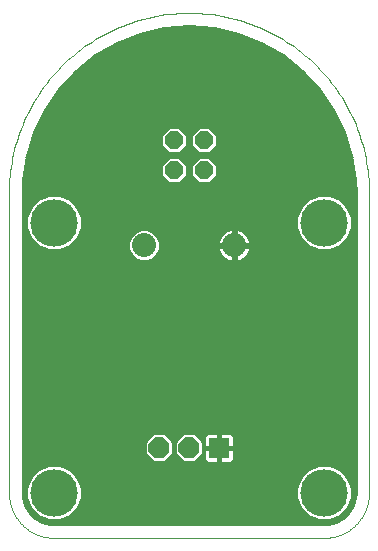
<source format=gbl>
G75*
%MOIN*%
%OFA0B0*%
%FSLAX25Y25*%
%IPPOS*%
%LPD*%
%AMOC8*
5,1,8,0,0,1.08239X$1,22.5*
%
%ADD10OC8,0.06000*%
%ADD11C,0.08000*%
%ADD12C,0.15811*%
%ADD13C,0.00000*%
%ADD14OC8,0.07000*%
%ADD15R,0.07000X0.07000*%
%ADD16C,0.01000*%
D10*
X0059000Y0124000D03*
X0059000Y0134000D03*
X0069000Y0134000D03*
X0069000Y0124000D03*
D11*
X0079000Y0099000D03*
X0049000Y0099000D03*
D12*
X0019000Y0106500D03*
X0019000Y0016500D03*
X0109000Y0016500D03*
X0109000Y0106500D03*
D13*
X0124000Y0116500D02*
X0124000Y0016500D01*
X0123996Y0016138D01*
X0123982Y0015775D01*
X0123961Y0015413D01*
X0123930Y0015052D01*
X0123891Y0014692D01*
X0123843Y0014333D01*
X0123786Y0013975D01*
X0123721Y0013618D01*
X0123647Y0013263D01*
X0123564Y0012910D01*
X0123473Y0012559D01*
X0123374Y0012211D01*
X0123266Y0011865D01*
X0123150Y0011521D01*
X0123025Y0011181D01*
X0122893Y0010844D01*
X0122752Y0010510D01*
X0122603Y0010179D01*
X0122446Y0009852D01*
X0122282Y0009529D01*
X0122110Y0009210D01*
X0121930Y0008896D01*
X0121742Y0008585D01*
X0121547Y0008280D01*
X0121345Y0007979D01*
X0121135Y0007683D01*
X0120919Y0007393D01*
X0120695Y0007107D01*
X0120465Y0006827D01*
X0120228Y0006553D01*
X0119984Y0006285D01*
X0119734Y0006022D01*
X0119478Y0005766D01*
X0119215Y0005516D01*
X0118947Y0005272D01*
X0118673Y0005035D01*
X0118393Y0004805D01*
X0118107Y0004581D01*
X0117817Y0004365D01*
X0117521Y0004155D01*
X0117220Y0003953D01*
X0116915Y0003758D01*
X0116604Y0003570D01*
X0116290Y0003390D01*
X0115971Y0003218D01*
X0115648Y0003054D01*
X0115321Y0002897D01*
X0114990Y0002748D01*
X0114656Y0002607D01*
X0114319Y0002475D01*
X0113979Y0002350D01*
X0113635Y0002234D01*
X0113289Y0002126D01*
X0112941Y0002027D01*
X0112590Y0001936D01*
X0112237Y0001853D01*
X0111882Y0001779D01*
X0111525Y0001714D01*
X0111167Y0001657D01*
X0110808Y0001609D01*
X0110448Y0001570D01*
X0110087Y0001539D01*
X0109725Y0001518D01*
X0109362Y0001504D01*
X0109000Y0001500D01*
X0019000Y0001500D01*
X0018638Y0001504D01*
X0018275Y0001518D01*
X0017913Y0001539D01*
X0017552Y0001570D01*
X0017192Y0001609D01*
X0016833Y0001657D01*
X0016475Y0001714D01*
X0016118Y0001779D01*
X0015763Y0001853D01*
X0015410Y0001936D01*
X0015059Y0002027D01*
X0014711Y0002126D01*
X0014365Y0002234D01*
X0014021Y0002350D01*
X0013681Y0002475D01*
X0013344Y0002607D01*
X0013010Y0002748D01*
X0012679Y0002897D01*
X0012352Y0003054D01*
X0012029Y0003218D01*
X0011710Y0003390D01*
X0011396Y0003570D01*
X0011085Y0003758D01*
X0010780Y0003953D01*
X0010479Y0004155D01*
X0010183Y0004365D01*
X0009893Y0004581D01*
X0009607Y0004805D01*
X0009327Y0005035D01*
X0009053Y0005272D01*
X0008785Y0005516D01*
X0008522Y0005766D01*
X0008266Y0006022D01*
X0008016Y0006285D01*
X0007772Y0006553D01*
X0007535Y0006827D01*
X0007305Y0007107D01*
X0007081Y0007393D01*
X0006865Y0007683D01*
X0006655Y0007979D01*
X0006453Y0008280D01*
X0006258Y0008585D01*
X0006070Y0008896D01*
X0005890Y0009210D01*
X0005718Y0009529D01*
X0005554Y0009852D01*
X0005397Y0010179D01*
X0005248Y0010510D01*
X0005107Y0010844D01*
X0004975Y0011181D01*
X0004850Y0011521D01*
X0004734Y0011865D01*
X0004626Y0012211D01*
X0004527Y0012559D01*
X0004436Y0012910D01*
X0004353Y0013263D01*
X0004279Y0013618D01*
X0004214Y0013975D01*
X0004157Y0014333D01*
X0004109Y0014692D01*
X0004070Y0015052D01*
X0004039Y0015413D01*
X0004018Y0015775D01*
X0004004Y0016138D01*
X0004000Y0016500D01*
X0004000Y0116500D01*
X0004018Y0117961D01*
X0004071Y0119421D01*
X0004160Y0120880D01*
X0004284Y0122336D01*
X0004444Y0123788D01*
X0004639Y0125236D01*
X0004870Y0126679D01*
X0005135Y0128116D01*
X0005435Y0129546D01*
X0005770Y0130968D01*
X0006140Y0132382D01*
X0006544Y0133786D01*
X0006982Y0135180D01*
X0007454Y0136563D01*
X0007959Y0137934D01*
X0008498Y0139292D01*
X0009069Y0140637D01*
X0009673Y0141967D01*
X0010309Y0143283D01*
X0010977Y0144582D01*
X0011677Y0145865D01*
X0012408Y0147130D01*
X0013169Y0148378D01*
X0013960Y0149606D01*
X0014781Y0150815D01*
X0015631Y0152003D01*
X0016510Y0153170D01*
X0017417Y0154316D01*
X0018352Y0155439D01*
X0019314Y0156539D01*
X0020302Y0157615D01*
X0021316Y0158667D01*
X0022356Y0159694D01*
X0023420Y0160695D01*
X0024508Y0161671D01*
X0025620Y0162619D01*
X0026754Y0163540D01*
X0027911Y0164433D01*
X0029088Y0165297D01*
X0030287Y0166133D01*
X0031506Y0166939D01*
X0032744Y0167716D01*
X0034000Y0168462D01*
X0035274Y0169177D01*
X0036565Y0169861D01*
X0037873Y0170513D01*
X0039196Y0171133D01*
X0040534Y0171721D01*
X0041885Y0172276D01*
X0043250Y0172798D01*
X0044627Y0173286D01*
X0046016Y0173741D01*
X0047415Y0174162D01*
X0048824Y0174549D01*
X0050242Y0174901D01*
X0051668Y0175219D01*
X0053102Y0175502D01*
X0054542Y0175750D01*
X0055987Y0175963D01*
X0057438Y0176140D01*
X0058892Y0176282D01*
X0060349Y0176389D01*
X0061809Y0176460D01*
X0063269Y0176496D01*
X0064731Y0176496D01*
X0066191Y0176460D01*
X0067651Y0176389D01*
X0069108Y0176282D01*
X0070562Y0176140D01*
X0072013Y0175963D01*
X0073458Y0175750D01*
X0074898Y0175502D01*
X0076332Y0175219D01*
X0077758Y0174901D01*
X0079176Y0174549D01*
X0080585Y0174162D01*
X0081984Y0173741D01*
X0083373Y0173286D01*
X0084750Y0172798D01*
X0086115Y0172276D01*
X0087466Y0171721D01*
X0088804Y0171133D01*
X0090127Y0170513D01*
X0091435Y0169861D01*
X0092726Y0169177D01*
X0094000Y0168462D01*
X0095256Y0167716D01*
X0096494Y0166939D01*
X0097713Y0166133D01*
X0098912Y0165297D01*
X0100089Y0164433D01*
X0101246Y0163540D01*
X0102380Y0162619D01*
X0103492Y0161671D01*
X0104580Y0160695D01*
X0105644Y0159694D01*
X0106684Y0158667D01*
X0107698Y0157615D01*
X0108686Y0156539D01*
X0109648Y0155439D01*
X0110583Y0154316D01*
X0111490Y0153170D01*
X0112369Y0152003D01*
X0113219Y0150815D01*
X0114040Y0149606D01*
X0114831Y0148378D01*
X0115592Y0147130D01*
X0116323Y0145865D01*
X0117023Y0144582D01*
X0117691Y0143283D01*
X0118327Y0141967D01*
X0118931Y0140637D01*
X0119502Y0139292D01*
X0120041Y0137934D01*
X0120546Y0136563D01*
X0121018Y0135180D01*
X0121456Y0133786D01*
X0121860Y0132382D01*
X0122230Y0130968D01*
X0122565Y0129546D01*
X0122865Y0128116D01*
X0123130Y0126679D01*
X0123361Y0125236D01*
X0123556Y0123788D01*
X0123716Y0122336D01*
X0123840Y0120880D01*
X0123929Y0119421D01*
X0123982Y0117961D01*
X0124000Y0116500D01*
D14*
X0064000Y0031500D03*
X0054000Y0031500D03*
D15*
X0074000Y0031500D03*
D16*
X0010670Y0010108D02*
X0009299Y0012482D01*
X0008590Y0015129D01*
X0008500Y0016500D01*
X0008500Y0116500D01*
X0008655Y0120648D01*
X0009891Y0128850D01*
X0012336Y0136776D01*
X0015936Y0144250D01*
X0020608Y0151104D01*
X0026250Y0157184D01*
X0032736Y0162356D01*
X0039919Y0166504D01*
X0047641Y0169534D01*
X0055728Y0171380D01*
X0064000Y0172000D01*
X0072272Y0171380D01*
X0080359Y0169534D01*
X0088081Y0166504D01*
X0095264Y0162356D01*
X0101750Y0157184D01*
X0107392Y0151104D01*
X0112064Y0144250D01*
X0115663Y0136776D01*
X0118109Y0128850D01*
X0119345Y0120648D01*
X0119500Y0116500D01*
X0119500Y0016500D01*
X0119410Y0015129D01*
X0118701Y0012482D01*
X0117330Y0010108D01*
X0115392Y0008170D01*
X0113018Y0006799D01*
X0110371Y0006090D01*
X0109000Y0006000D01*
X0019000Y0006000D01*
X0017629Y0006090D01*
X0014982Y0006799D01*
X0012608Y0008170D01*
X0010670Y0010108D01*
X0010451Y0010487D02*
X0011995Y0010487D01*
X0011196Y0011285D02*
X0013785Y0008696D01*
X0017169Y0007294D01*
X0020831Y0007294D01*
X0024214Y0008696D01*
X0026804Y0011285D01*
X0028205Y0014669D01*
X0028205Y0018331D01*
X0026804Y0021714D01*
X0024214Y0024304D01*
X0020831Y0025705D01*
X0017169Y0025705D01*
X0013785Y0024304D01*
X0011196Y0021714D01*
X0009794Y0018331D01*
X0009794Y0014669D01*
X0011196Y0011285D01*
X0011113Y0011485D02*
X0009875Y0011485D01*
X0009299Y0012484D02*
X0010700Y0012484D01*
X0010286Y0013482D02*
X0009031Y0013482D01*
X0008764Y0014481D02*
X0009872Y0014481D01*
X0009794Y0015479D02*
X0008567Y0015479D01*
X0008501Y0016478D02*
X0009794Y0016478D01*
X0009794Y0017476D02*
X0008500Y0017476D01*
X0008500Y0018475D02*
X0009854Y0018475D01*
X0010268Y0019473D02*
X0008500Y0019473D01*
X0008500Y0020472D02*
X0010681Y0020472D01*
X0011095Y0021470D02*
X0008500Y0021470D01*
X0008500Y0022469D02*
X0011950Y0022469D01*
X0012949Y0023467D02*
X0008500Y0023467D01*
X0008500Y0024466D02*
X0014176Y0024466D01*
X0016587Y0025464D02*
X0008500Y0025464D01*
X0008500Y0026463D02*
X0119500Y0026463D01*
X0119500Y0027461D02*
X0078909Y0027461D01*
X0078898Y0027421D02*
X0079000Y0027803D01*
X0079000Y0031114D01*
X0074386Y0031114D01*
X0074386Y0031886D01*
X0079000Y0031886D01*
X0079000Y0035197D01*
X0078898Y0035579D01*
X0078700Y0035921D01*
X0078421Y0036200D01*
X0078079Y0036398D01*
X0077697Y0036500D01*
X0074386Y0036500D01*
X0074386Y0031886D01*
X0073614Y0031886D01*
X0073614Y0036500D01*
X0070303Y0036500D01*
X0069921Y0036398D01*
X0069579Y0036200D01*
X0069300Y0035921D01*
X0069102Y0035579D01*
X0069000Y0035197D01*
X0069000Y0031886D01*
X0073614Y0031886D01*
X0073614Y0031114D01*
X0074386Y0031114D01*
X0074386Y0026500D01*
X0077697Y0026500D01*
X0078079Y0026602D01*
X0078421Y0026800D01*
X0078700Y0027079D01*
X0078898Y0027421D01*
X0079000Y0028460D02*
X0119500Y0028460D01*
X0119500Y0029458D02*
X0079000Y0029458D01*
X0079000Y0030457D02*
X0119500Y0030457D01*
X0119500Y0031455D02*
X0074386Y0031455D01*
X0073614Y0031455D02*
X0068800Y0031455D01*
X0069000Y0031114D02*
X0069000Y0027803D01*
X0069102Y0027421D01*
X0069300Y0027079D01*
X0069579Y0026800D01*
X0069921Y0026602D01*
X0070303Y0026500D01*
X0073614Y0026500D01*
X0073614Y0031114D01*
X0069000Y0031114D01*
X0069000Y0030457D02*
X0068800Y0030457D01*
X0068800Y0029512D02*
X0065988Y0026700D01*
X0062012Y0026700D01*
X0059200Y0029512D01*
X0059200Y0033488D01*
X0062012Y0036300D01*
X0065988Y0036300D01*
X0068800Y0033488D01*
X0068800Y0029512D01*
X0068747Y0029458D02*
X0069000Y0029458D01*
X0069000Y0028460D02*
X0067748Y0028460D01*
X0066750Y0027461D02*
X0069091Y0027461D01*
X0073614Y0027461D02*
X0074386Y0027461D01*
X0074386Y0028460D02*
X0073614Y0028460D01*
X0073614Y0029458D02*
X0074386Y0029458D01*
X0074386Y0030457D02*
X0073614Y0030457D01*
X0073614Y0032454D02*
X0074386Y0032454D01*
X0074386Y0033452D02*
X0073614Y0033452D01*
X0073614Y0034451D02*
X0074386Y0034451D01*
X0074386Y0035449D02*
X0073614Y0035449D01*
X0073614Y0036448D02*
X0074386Y0036448D01*
X0077892Y0036448D02*
X0119500Y0036448D01*
X0119500Y0037446D02*
X0008500Y0037446D01*
X0008500Y0036448D02*
X0070108Y0036448D01*
X0069068Y0035449D02*
X0066839Y0035449D01*
X0067837Y0034451D02*
X0069000Y0034451D01*
X0069000Y0033452D02*
X0068800Y0033452D01*
X0068800Y0032454D02*
X0069000Y0032454D01*
X0061161Y0035449D02*
X0056839Y0035449D01*
X0055988Y0036300D02*
X0052012Y0036300D01*
X0049200Y0033488D01*
X0049200Y0029512D01*
X0052012Y0026700D01*
X0055988Y0026700D01*
X0058800Y0029512D01*
X0058800Y0033488D01*
X0055988Y0036300D01*
X0057837Y0034451D02*
X0060163Y0034451D01*
X0059200Y0033452D02*
X0058800Y0033452D01*
X0058800Y0032454D02*
X0059200Y0032454D01*
X0059200Y0031455D02*
X0058800Y0031455D01*
X0058800Y0030457D02*
X0059200Y0030457D01*
X0059253Y0029458D02*
X0058747Y0029458D01*
X0057748Y0028460D02*
X0060252Y0028460D01*
X0061250Y0027461D02*
X0056750Y0027461D01*
X0051250Y0027461D02*
X0008500Y0027461D01*
X0008500Y0028460D02*
X0050252Y0028460D01*
X0049253Y0029458D02*
X0008500Y0029458D01*
X0008500Y0030457D02*
X0049200Y0030457D01*
X0049200Y0031455D02*
X0008500Y0031455D01*
X0008500Y0032454D02*
X0049200Y0032454D01*
X0049200Y0033452D02*
X0008500Y0033452D01*
X0008500Y0034451D02*
X0050163Y0034451D01*
X0051161Y0035449D02*
X0008500Y0035449D01*
X0008500Y0038445D02*
X0119500Y0038445D01*
X0119500Y0039443D02*
X0008500Y0039443D01*
X0008500Y0040442D02*
X0119500Y0040442D01*
X0119500Y0041440D02*
X0008500Y0041440D01*
X0008500Y0042439D02*
X0119500Y0042439D01*
X0119500Y0043437D02*
X0008500Y0043437D01*
X0008500Y0044436D02*
X0119500Y0044436D01*
X0119500Y0045434D02*
X0008500Y0045434D01*
X0008500Y0046433D02*
X0119500Y0046433D01*
X0119500Y0047432D02*
X0008500Y0047432D01*
X0008500Y0048430D02*
X0119500Y0048430D01*
X0119500Y0049429D02*
X0008500Y0049429D01*
X0008500Y0050427D02*
X0119500Y0050427D01*
X0119500Y0051426D02*
X0008500Y0051426D01*
X0008500Y0052424D02*
X0119500Y0052424D01*
X0119500Y0053423D02*
X0008500Y0053423D01*
X0008500Y0054421D02*
X0119500Y0054421D01*
X0119500Y0055420D02*
X0008500Y0055420D01*
X0008500Y0056418D02*
X0119500Y0056418D01*
X0119500Y0057417D02*
X0008500Y0057417D01*
X0008500Y0058415D02*
X0119500Y0058415D01*
X0119500Y0059414D02*
X0008500Y0059414D01*
X0008500Y0060412D02*
X0119500Y0060412D01*
X0119500Y0061411D02*
X0008500Y0061411D01*
X0008500Y0062409D02*
X0119500Y0062409D01*
X0119500Y0063408D02*
X0008500Y0063408D01*
X0008500Y0064406D02*
X0119500Y0064406D01*
X0119500Y0065405D02*
X0008500Y0065405D01*
X0008500Y0066403D02*
X0119500Y0066403D01*
X0119500Y0067402D02*
X0008500Y0067402D01*
X0008500Y0068400D02*
X0119500Y0068400D01*
X0119500Y0069399D02*
X0008500Y0069399D01*
X0008500Y0070397D02*
X0119500Y0070397D01*
X0119500Y0071396D02*
X0008500Y0071396D01*
X0008500Y0072394D02*
X0119500Y0072394D01*
X0119500Y0073393D02*
X0008500Y0073393D01*
X0008500Y0074391D02*
X0119500Y0074391D01*
X0119500Y0075390D02*
X0008500Y0075390D01*
X0008500Y0076388D02*
X0119500Y0076388D01*
X0119500Y0077387D02*
X0008500Y0077387D01*
X0008500Y0078385D02*
X0119500Y0078385D01*
X0119500Y0079384D02*
X0008500Y0079384D01*
X0008500Y0080382D02*
X0119500Y0080382D01*
X0119500Y0081381D02*
X0008500Y0081381D01*
X0008500Y0082379D02*
X0119500Y0082379D01*
X0119500Y0083378D02*
X0008500Y0083378D01*
X0008500Y0084376D02*
X0119500Y0084376D01*
X0119500Y0085375D02*
X0008500Y0085375D01*
X0008500Y0086373D02*
X0119500Y0086373D01*
X0119500Y0087372D02*
X0008500Y0087372D01*
X0008500Y0088370D02*
X0119500Y0088370D01*
X0119500Y0089369D02*
X0008500Y0089369D01*
X0008500Y0090368D02*
X0119500Y0090368D01*
X0119500Y0091366D02*
X0008500Y0091366D01*
X0008500Y0092365D02*
X0119500Y0092365D01*
X0119500Y0093363D02*
X0008500Y0093363D01*
X0008500Y0094362D02*
X0046349Y0094362D01*
X0045998Y0094507D02*
X0047946Y0093700D01*
X0050054Y0093700D01*
X0052002Y0094507D01*
X0053493Y0095998D01*
X0054300Y0097946D01*
X0054300Y0100054D01*
X0053493Y0102002D01*
X0052002Y0103493D01*
X0050054Y0104300D01*
X0047946Y0104300D01*
X0045998Y0103493D01*
X0044507Y0102002D01*
X0043700Y0100054D01*
X0043700Y0097946D01*
X0044507Y0095998D01*
X0045998Y0094507D01*
X0045145Y0095360D02*
X0008500Y0095360D01*
X0008500Y0096359D02*
X0044357Y0096359D01*
X0043944Y0097357D02*
X0020982Y0097357D01*
X0020831Y0097294D02*
X0024214Y0098696D01*
X0026804Y0101285D01*
X0028205Y0104669D01*
X0028205Y0108331D01*
X0026804Y0111714D01*
X0024214Y0114304D01*
X0020831Y0115705D01*
X0017169Y0115705D01*
X0013785Y0114304D01*
X0011196Y0111714D01*
X0009794Y0108331D01*
X0009794Y0104669D01*
X0011196Y0101285D01*
X0013785Y0098696D01*
X0017169Y0097294D01*
X0020831Y0097294D01*
X0023393Y0098356D02*
X0043700Y0098356D01*
X0043700Y0099354D02*
X0024873Y0099354D01*
X0025871Y0100353D02*
X0043824Y0100353D01*
X0044237Y0101351D02*
X0026831Y0101351D01*
X0027245Y0102350D02*
X0044854Y0102350D01*
X0045853Y0103348D02*
X0027658Y0103348D01*
X0028072Y0104347D02*
X0077657Y0104347D01*
X0077712Y0104365D02*
X0076889Y0104097D01*
X0076117Y0103704D01*
X0075417Y0103195D01*
X0074805Y0102583D01*
X0074296Y0101883D01*
X0073903Y0101111D01*
X0073635Y0100288D01*
X0073511Y0099500D01*
X0078500Y0099500D01*
X0078500Y0104489D01*
X0077712Y0104365D01*
X0078500Y0104347D02*
X0079500Y0104347D01*
X0079500Y0104489D02*
X0080288Y0104365D01*
X0081111Y0104097D01*
X0081883Y0103704D01*
X0082583Y0103195D01*
X0083195Y0102583D01*
X0083704Y0101883D01*
X0084097Y0101111D01*
X0084365Y0100288D01*
X0084489Y0099500D01*
X0079500Y0099500D01*
X0079500Y0098500D01*
X0084489Y0098500D01*
X0084365Y0097712D01*
X0084097Y0096889D01*
X0083704Y0096117D01*
X0083195Y0095417D01*
X0082583Y0094805D01*
X0081883Y0094296D01*
X0081111Y0093903D01*
X0080288Y0093635D01*
X0079500Y0093511D01*
X0079500Y0098500D01*
X0078500Y0098500D01*
X0078500Y0093511D01*
X0077712Y0093635D01*
X0076889Y0093903D01*
X0076117Y0094296D01*
X0075417Y0094805D01*
X0074805Y0095417D01*
X0074296Y0096117D01*
X0073903Y0096889D01*
X0073635Y0097712D01*
X0073511Y0098500D01*
X0078500Y0098500D01*
X0078500Y0099500D01*
X0079500Y0099500D01*
X0079500Y0104489D01*
X0080343Y0104347D02*
X0099928Y0104347D01*
X0099794Y0104669D02*
X0101196Y0101285D01*
X0103785Y0098696D01*
X0107169Y0097294D01*
X0110831Y0097294D01*
X0114214Y0098696D01*
X0116804Y0101285D01*
X0118205Y0104669D01*
X0118205Y0108331D01*
X0116804Y0111714D01*
X0114214Y0114304D01*
X0110831Y0115705D01*
X0107169Y0115705D01*
X0103785Y0114304D01*
X0101196Y0111714D01*
X0099794Y0108331D01*
X0099794Y0104669D01*
X0099794Y0105345D02*
X0028205Y0105345D01*
X0028205Y0106344D02*
X0099794Y0106344D01*
X0099794Y0107342D02*
X0028205Y0107342D01*
X0028202Y0108341D02*
X0099798Y0108341D01*
X0100212Y0109339D02*
X0027788Y0109339D01*
X0027374Y0110338D02*
X0100626Y0110338D01*
X0101039Y0111336D02*
X0026961Y0111336D01*
X0026184Y0112335D02*
X0101816Y0112335D01*
X0102815Y0113333D02*
X0025185Y0113333D01*
X0024148Y0114332D02*
X0103852Y0114332D01*
X0106263Y0115330D02*
X0021737Y0115330D01*
X0016263Y0115330D02*
X0008500Y0115330D01*
X0008500Y0114332D02*
X0013852Y0114332D01*
X0012815Y0113333D02*
X0008500Y0113333D01*
X0008500Y0112335D02*
X0011816Y0112335D01*
X0011039Y0111336D02*
X0008500Y0111336D01*
X0008500Y0110338D02*
X0010626Y0110338D01*
X0010212Y0109339D02*
X0008500Y0109339D01*
X0008500Y0108341D02*
X0009798Y0108341D01*
X0009794Y0107342D02*
X0008500Y0107342D01*
X0008500Y0106344D02*
X0009794Y0106344D01*
X0009794Y0105345D02*
X0008500Y0105345D01*
X0008500Y0104347D02*
X0009928Y0104347D01*
X0010342Y0103348D02*
X0008500Y0103348D01*
X0008500Y0102350D02*
X0010755Y0102350D01*
X0011169Y0101351D02*
X0008500Y0101351D01*
X0008500Y0100353D02*
X0012129Y0100353D01*
X0013127Y0099354D02*
X0008500Y0099354D01*
X0008500Y0098356D02*
X0014607Y0098356D01*
X0017018Y0097357D02*
X0008500Y0097357D01*
X0008500Y0116329D02*
X0119500Y0116329D01*
X0119500Y0115330D02*
X0111737Y0115330D01*
X0114148Y0114332D02*
X0119500Y0114332D01*
X0119500Y0113333D02*
X0115185Y0113333D01*
X0116184Y0112335D02*
X0119500Y0112335D01*
X0119500Y0111336D02*
X0116961Y0111336D01*
X0117374Y0110338D02*
X0119500Y0110338D01*
X0119500Y0109339D02*
X0117788Y0109339D01*
X0118202Y0108341D02*
X0119500Y0108341D01*
X0119500Y0107342D02*
X0118205Y0107342D01*
X0118205Y0106344D02*
X0119500Y0106344D01*
X0119500Y0105345D02*
X0118205Y0105345D01*
X0118072Y0104347D02*
X0119500Y0104347D01*
X0119500Y0103348D02*
X0117658Y0103348D01*
X0117245Y0102350D02*
X0119500Y0102350D01*
X0119500Y0101351D02*
X0116831Y0101351D01*
X0115871Y0100353D02*
X0119500Y0100353D01*
X0119500Y0099354D02*
X0114873Y0099354D01*
X0113393Y0098356D02*
X0119500Y0098356D01*
X0119500Y0097357D02*
X0110982Y0097357D01*
X0107018Y0097357D02*
X0084249Y0097357D01*
X0084466Y0098356D02*
X0104607Y0098356D01*
X0103127Y0099354D02*
X0079500Y0099354D01*
X0079500Y0098356D02*
X0078500Y0098356D01*
X0078500Y0099354D02*
X0054300Y0099354D01*
X0054300Y0098356D02*
X0073534Y0098356D01*
X0073751Y0097357D02*
X0054056Y0097357D01*
X0053643Y0096359D02*
X0074173Y0096359D01*
X0074862Y0095360D02*
X0052855Y0095360D01*
X0051651Y0094362D02*
X0076027Y0094362D01*
X0078500Y0094362D02*
X0079500Y0094362D01*
X0079500Y0095360D02*
X0078500Y0095360D01*
X0078500Y0096359D02*
X0079500Y0096359D01*
X0079500Y0097357D02*
X0078500Y0097357D01*
X0078500Y0100353D02*
X0079500Y0100353D01*
X0079500Y0101351D02*
X0078500Y0101351D01*
X0078500Y0102350D02*
X0079500Y0102350D01*
X0079500Y0103348D02*
X0078500Y0103348D01*
X0075628Y0103348D02*
X0052147Y0103348D01*
X0053146Y0102350D02*
X0074635Y0102350D01*
X0074025Y0101351D02*
X0053763Y0101351D01*
X0054176Y0100353D02*
X0073656Y0100353D01*
X0082372Y0103348D02*
X0100342Y0103348D01*
X0100755Y0102350D02*
X0083365Y0102350D01*
X0083975Y0101351D02*
X0101169Y0101351D01*
X0102129Y0100353D02*
X0084344Y0100353D01*
X0083827Y0096359D02*
X0119500Y0096359D01*
X0119500Y0095360D02*
X0083138Y0095360D01*
X0081973Y0094362D02*
X0119500Y0094362D01*
X0119469Y0117327D02*
X0008531Y0117327D01*
X0008568Y0118326D02*
X0119432Y0118326D01*
X0119394Y0119324D02*
X0008606Y0119324D01*
X0008643Y0120323D02*
X0056596Y0120323D01*
X0057219Y0119700D02*
X0060781Y0119700D01*
X0063300Y0122219D01*
X0063300Y0125781D01*
X0060781Y0128300D01*
X0057219Y0128300D01*
X0054700Y0125781D01*
X0054700Y0122219D01*
X0057219Y0119700D01*
X0055598Y0121321D02*
X0008757Y0121321D01*
X0008907Y0122320D02*
X0054700Y0122320D01*
X0054700Y0123318D02*
X0009058Y0123318D01*
X0009208Y0124317D02*
X0054700Y0124317D01*
X0054700Y0125315D02*
X0009359Y0125315D01*
X0009509Y0126314D02*
X0055233Y0126314D01*
X0056231Y0127312D02*
X0009660Y0127312D01*
X0009810Y0128311D02*
X0118190Y0128311D01*
X0118340Y0127312D02*
X0071769Y0127312D01*
X0070781Y0128300D02*
X0067219Y0128300D01*
X0064700Y0125781D01*
X0064700Y0122219D01*
X0067219Y0119700D01*
X0070781Y0119700D01*
X0073300Y0122219D01*
X0073300Y0125781D01*
X0070781Y0128300D01*
X0070781Y0129700D02*
X0073300Y0132219D01*
X0073300Y0135781D01*
X0070781Y0138300D01*
X0067219Y0138300D01*
X0064700Y0135781D01*
X0064700Y0132219D01*
X0067219Y0129700D01*
X0070781Y0129700D01*
X0071389Y0130308D02*
X0117659Y0130308D01*
X0117967Y0129309D02*
X0010033Y0129309D01*
X0010341Y0130308D02*
X0056611Y0130308D01*
X0057219Y0129700D02*
X0060781Y0129700D01*
X0063300Y0132219D01*
X0063300Y0135781D01*
X0060781Y0138300D01*
X0057219Y0138300D01*
X0054700Y0135781D01*
X0054700Y0132219D01*
X0057219Y0129700D01*
X0055612Y0131306D02*
X0010649Y0131306D01*
X0010957Y0132305D02*
X0054700Y0132305D01*
X0054700Y0133303D02*
X0011265Y0133303D01*
X0011573Y0134302D02*
X0054700Y0134302D01*
X0054700Y0135301D02*
X0011881Y0135301D01*
X0012189Y0136299D02*
X0055218Y0136299D01*
X0056216Y0137298D02*
X0012587Y0137298D01*
X0013068Y0138296D02*
X0057215Y0138296D01*
X0060785Y0138296D02*
X0067215Y0138296D01*
X0066216Y0137298D02*
X0061784Y0137298D01*
X0062782Y0136299D02*
X0065218Y0136299D01*
X0064700Y0135301D02*
X0063300Y0135301D01*
X0063300Y0134302D02*
X0064700Y0134302D01*
X0064700Y0133303D02*
X0063300Y0133303D01*
X0063300Y0132305D02*
X0064700Y0132305D01*
X0065612Y0131306D02*
X0062388Y0131306D01*
X0061389Y0130308D02*
X0066611Y0130308D01*
X0066231Y0127312D02*
X0061769Y0127312D01*
X0062767Y0126314D02*
X0065233Y0126314D01*
X0064700Y0125315D02*
X0063300Y0125315D01*
X0063300Y0124317D02*
X0064700Y0124317D01*
X0064700Y0123318D02*
X0063300Y0123318D01*
X0063300Y0122320D02*
X0064700Y0122320D01*
X0065598Y0121321D02*
X0062402Y0121321D01*
X0061404Y0120323D02*
X0066596Y0120323D01*
X0071404Y0120323D02*
X0119357Y0120323D01*
X0119243Y0121321D02*
X0072402Y0121321D01*
X0073300Y0122320D02*
X0119093Y0122320D01*
X0118942Y0123318D02*
X0073300Y0123318D01*
X0073300Y0124317D02*
X0118792Y0124317D01*
X0118641Y0125315D02*
X0073300Y0125315D01*
X0072767Y0126314D02*
X0118491Y0126314D01*
X0117351Y0131306D02*
X0072388Y0131306D01*
X0073300Y0132305D02*
X0117043Y0132305D01*
X0116735Y0133303D02*
X0073300Y0133303D01*
X0073300Y0134302D02*
X0116427Y0134302D01*
X0116119Y0135301D02*
X0073300Y0135301D01*
X0072782Y0136299D02*
X0115811Y0136299D01*
X0115413Y0137298D02*
X0071784Y0137298D01*
X0070785Y0138296D02*
X0114932Y0138296D01*
X0114451Y0139295D02*
X0013549Y0139295D01*
X0014030Y0140293D02*
X0113970Y0140293D01*
X0113489Y0141292D02*
X0014511Y0141292D01*
X0014992Y0142290D02*
X0113008Y0142290D01*
X0112527Y0143289D02*
X0015473Y0143289D01*
X0015961Y0144287D02*
X0112039Y0144287D01*
X0111358Y0145286D02*
X0016642Y0145286D01*
X0017322Y0146284D02*
X0110678Y0146284D01*
X0109997Y0147283D02*
X0018003Y0147283D01*
X0018684Y0148281D02*
X0109316Y0148281D01*
X0108635Y0149280D02*
X0019365Y0149280D01*
X0020046Y0150278D02*
X0107954Y0150278D01*
X0107231Y0151277D02*
X0020769Y0151277D01*
X0021695Y0152275D02*
X0106305Y0152275D01*
X0105378Y0153274D02*
X0022622Y0153274D01*
X0023548Y0154272D02*
X0104452Y0154272D01*
X0103525Y0155271D02*
X0024475Y0155271D01*
X0025401Y0156269D02*
X0102599Y0156269D01*
X0101645Y0157268D02*
X0026355Y0157268D01*
X0027607Y0158266D02*
X0100393Y0158266D01*
X0099141Y0159265D02*
X0028859Y0159265D01*
X0030111Y0160263D02*
X0097889Y0160263D01*
X0096637Y0161262D02*
X0031363Y0161262D01*
X0032615Y0162260D02*
X0095385Y0162260D01*
X0093701Y0163259D02*
X0034299Y0163259D01*
X0036029Y0164257D02*
X0091971Y0164257D01*
X0090242Y0165256D02*
X0037758Y0165256D01*
X0039487Y0166254D02*
X0088513Y0166254D01*
X0086172Y0167253D02*
X0041828Y0167253D01*
X0044372Y0168251D02*
X0083628Y0168251D01*
X0081084Y0169250D02*
X0046916Y0169250D01*
X0050770Y0170248D02*
X0077230Y0170248D01*
X0072855Y0171247D02*
X0055145Y0171247D01*
X0078932Y0035449D02*
X0119500Y0035449D01*
X0119500Y0034451D02*
X0079000Y0034451D01*
X0079000Y0033452D02*
X0119500Y0033452D01*
X0119500Y0032454D02*
X0079000Y0032454D01*
X0101196Y0021714D02*
X0099794Y0018331D01*
X0099794Y0014669D01*
X0101196Y0011285D01*
X0103785Y0008696D01*
X0107169Y0007294D01*
X0110831Y0007294D01*
X0114214Y0008696D01*
X0116804Y0011285D01*
X0118205Y0014669D01*
X0118205Y0018331D01*
X0116804Y0021714D01*
X0114214Y0024304D01*
X0110831Y0025705D01*
X0107169Y0025705D01*
X0103785Y0024304D01*
X0101196Y0021714D01*
X0101095Y0021470D02*
X0026905Y0021470D01*
X0027319Y0020472D02*
X0100681Y0020472D01*
X0100268Y0019473D02*
X0027732Y0019473D01*
X0028146Y0018475D02*
X0099854Y0018475D01*
X0099794Y0017476D02*
X0028205Y0017476D01*
X0028205Y0016478D02*
X0099794Y0016478D01*
X0099794Y0015479D02*
X0028205Y0015479D01*
X0028128Y0014481D02*
X0099872Y0014481D01*
X0100286Y0013482D02*
X0027714Y0013482D01*
X0027300Y0012484D02*
X0100700Y0012484D01*
X0101113Y0011485D02*
X0026887Y0011485D01*
X0026005Y0010487D02*
X0101995Y0010487D01*
X0102993Y0009488D02*
X0025007Y0009488D01*
X0023716Y0008490D02*
X0104284Y0008490D01*
X0106694Y0007491D02*
X0021306Y0007491D01*
X0016694Y0007491D02*
X0013784Y0007491D01*
X0014284Y0008490D02*
X0012288Y0008490D01*
X0012993Y0009488D02*
X0011290Y0009488D01*
X0016126Y0006493D02*
X0111874Y0006493D01*
X0111306Y0007491D02*
X0114216Y0007491D01*
X0113716Y0008490D02*
X0115712Y0008490D01*
X0115007Y0009488D02*
X0116710Y0009488D01*
X0116005Y0010487D02*
X0117549Y0010487D01*
X0118125Y0011485D02*
X0116887Y0011485D01*
X0117300Y0012484D02*
X0118701Y0012484D01*
X0118969Y0013482D02*
X0117714Y0013482D01*
X0118128Y0014481D02*
X0119236Y0014481D01*
X0119433Y0015479D02*
X0118205Y0015479D01*
X0118205Y0016478D02*
X0119499Y0016478D01*
X0119500Y0017476D02*
X0118205Y0017476D01*
X0118146Y0018475D02*
X0119500Y0018475D01*
X0119500Y0019473D02*
X0117732Y0019473D01*
X0117319Y0020472D02*
X0119500Y0020472D01*
X0119500Y0021470D02*
X0116905Y0021470D01*
X0116050Y0022469D02*
X0119500Y0022469D01*
X0119500Y0023467D02*
X0115051Y0023467D01*
X0113824Y0024466D02*
X0119500Y0024466D01*
X0119500Y0025464D02*
X0111413Y0025464D01*
X0106587Y0025464D02*
X0021413Y0025464D01*
X0023824Y0024466D02*
X0104176Y0024466D01*
X0102949Y0023467D02*
X0025051Y0023467D01*
X0026050Y0022469D02*
X0101950Y0022469D01*
M02*

</source>
